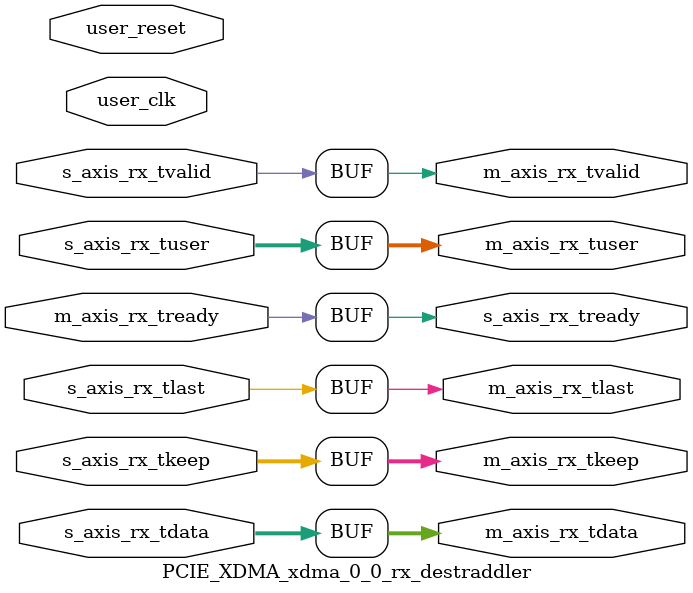
<source format=sv>


`timescale 1ps/1ps

module PCIE_XDMA_xdma_0_0_rx_destraddler #(
  parameter C_AXI_DATA_WIDTH = 64,                     // RX/TX interface data width
  parameter C_KEEP_WIDTH     = C_AXI_DATA_WIDTH/8,     // TKEEP width
  parameter TCQ              = 1                       // Clock to Q time

  ) (

  input                         user_clk,
  input                         user_reset,

  //-------------------------------------------------
  // AXI-S RX Interface from PCIe Hard Block
  //-------------------------------------------------
  input  [C_AXI_DATA_WIDTH-1:0] s_axis_rx_tdata,       // RX data
  input                         s_axis_rx_tvalid,      // RX data is valid
  output reg                    s_axis_rx_tready,      // RX ready for data
  input      [C_KEEP_WIDTH-1:0] s_axis_rx_tkeep,       // RX strobe byte enables
  input                         s_axis_rx_tlast,       // RX data is last
  input                  [21:0] s_axis_rx_tuser,       // RX user signals

  //-------------------------------------------------
  // AXI-S RX Interface to RX Demux
  //-------------------------------------------------
  output reg [C_AXI_DATA_WIDTH-1:0] m_axis_rx_tdata,       // RX data
  output reg                        m_axis_rx_tvalid,      // RX data is valid
  input                             m_axis_rx_tready,      // RX ready for data
  output reg    [C_KEEP_WIDTH-1:0]  m_axis_rx_tkeep,       // RX strobe byte enables
  output reg                        m_axis_rx_tlast,       // RX data is last
  output reg                [21:0]  m_axis_rx_tuser        // RX user signals

);

generate
if(C_AXI_DATA_WIDTH == 128) begin : data_width_128

  // Local parameters

  localparam NORMAL_PACKET    = 2'b00;
  localparam STRADDLED_PACKET = 2'b01;
  localparam THROTTLE_TLP     = 2'b10;

  // Wire and Register Declarations

  reg [1:0]  state;
  reg [63:0] prev_data_half;
  reg [7:0]  prev_keep_half;
  reg [21:0] prev_user_half;


  always @(posedge user_clk) begin

    if (user_reset) begin

      state <= #TCQ NORMAL_PACKET;

    end else begin

      if (m_axis_rx_tready) begin

        // Store higher DWs in case it's straddled packet
        prev_data_half <= #TCQ s_axis_rx_tdata[127:64];
        prev_keep_half <= #TCQ s_axis_rx_tkeep[15:8];
        prev_user_half <= #TCQ s_axis_rx_tuser;

        case (state)

        NORMAL_PACKET: begin

          if (s_axis_rx_tuser[14] && s_axis_rx_tuser[13]) begin // SOF && Start @ DW2/3

            state           <= #TCQ STRADDLED_PACKET;

          end

        end // NORMAL_PACKET

        STRADDLED_PACKET: begin

          if (s_axis_rx_tuser[21] && !s_axis_rx_tuser[14]) begin // EOF && !SOF

            if (s_axis_rx_tuser[20]) begin          // EOF @ DW2/3
              state           <= #TCQ THROTTLE_TLP;
            end else begin                          // EOF @ DW0/1
              state           <= #TCQ NORMAL_PACKET;
            end

          end // EOF && !SOF

          // Note for all possible conditions in this state:
          // else if EOF && SOF  : SOF can only start @ DW2/3, so EOF can only be @ DW0/1. Stay in this state
          // else if !EOF && SOF : Will never have SOF only in this state. Stay in this state
          // else if !EOF && !SOF: No change. Stay in this state

        end // STRADDLED_PACKET

        THROTTLE_TLP: begin

          state <= #TCQ NORMAL_PACKET;

        end // THROTTLE_TLP

        default: begin

          state <= #TCQ NORMAL_PACKET;

        end // default

        endcase

      end // s_axis_rx_tready
    end // reset
  end // always

  always @(*) begin

      case (state)

      NORMAL_PACKET: begin

        m_axis_rx_tdata  = s_axis_rx_tdata;
        m_axis_rx_tvalid = s_axis_rx_tvalid;
        s_axis_rx_tready = m_axis_rx_tready;
        m_axis_rx_tkeep  =   (s_axis_rx_tuser[20:19] == 2'b00) ? 16'h000F :
                           ( (s_axis_rx_tuser[20:19] == 2'b01) ? 16'h00FF :
                           ( (s_axis_rx_tuser[20:19] == 2'b10) ? 16'h0FFF :
                                                                 16'hFFFF ));

        m_axis_rx_tlast  = s_axis_rx_tuser[21];

        // If EOF or (EOF and SOF), zero out SOF field. If SOF, the EOF field is already zero in this state
        m_axis_rx_tuser  = s_axis_rx_tuser[21] ? ( {s_axis_rx_tuser[21:15], 5'b0, s_axis_rx_tuser[9:0]} ) :
                                                 ( s_axis_rx_tuser                                      ) ;

      end

      STRADDLED_PACKET: begin

        m_axis_rx_tdata  = {s_axis_rx_tdata[63:0], prev_data_half};
        m_axis_rx_tvalid = s_axis_rx_tvalid;
        s_axis_rx_tready = m_axis_rx_tready;

        m_axis_rx_tkeep  = { ((s_axis_rx_tuser[20:19] == 2'b00) ? 8'h0F : 8'hFF),
                             8'hFF
                           };

      //  m_axis_rx_tlast  = (s_axis_rx_tuser[21] && s_axis_rx_tuser[20]) ? 1'b0 : 1'b1;
         m_axis_rx_tlast  = s_axis_rx_tuser[20] ? 1'b0 : 1'b1;

        // If SOF seen previously, zero out EOF. If EOF or (EOF and SOF) currently, zero out SOF field.
        m_axis_rx_tuser  = prev_user_half[14] ? {5'b0, prev_user_half[16:0]} :
                                                ( s_axis_rx_tuser[21] ? ( {s_axis_rx_tuser[21:15], 5'b0, s_axis_rx_tuser[9:0]} ) :
                                                                        ( s_axis_rx_tuser                                      )
                                                );

      end

      THROTTLE_TLP: begin

        m_axis_rx_tdata  = {64'h0, prev_data_half};
        m_axis_rx_tvalid = 1'b1;
        s_axis_rx_tready = 1'b0;

        m_axis_rx_tkeep  = { 8'h0, 
                             ((prev_user_half[20:19] == 2'b10) ? 8'h0F : 8'hFF)
                           };

        m_axis_rx_tlast  = 1'b1;
        m_axis_rx_tuser  = {prev_user_half[21:15], 5'b0, prev_user_half[9:0]}; // Zero out SOF field

      end

      default: begin

        m_axis_rx_tdata  = s_axis_rx_tdata;
        m_axis_rx_tvalid = s_axis_rx_tvalid;
        s_axis_rx_tready = m_axis_rx_tready;
        m_axis_rx_tkeep  = s_axis_rx_tkeep;
        m_axis_rx_tlast  = s_axis_rx_tuser[21];
        m_axis_rx_tuser  = s_axis_rx_tuser;

      end

      endcase

  end // always

end // data_width_128
else begin: data_width_64

  // No straddling in 64-bit mode. Pass through all signals as is
  always @(*) begin

    m_axis_rx_tdata  = s_axis_rx_tdata;
    m_axis_rx_tvalid = s_axis_rx_tvalid;
    s_axis_rx_tready = m_axis_rx_tready;
    m_axis_rx_tkeep  = s_axis_rx_tkeep;
    m_axis_rx_tlast  = s_axis_rx_tlast;
    m_axis_rx_tuser  = s_axis_rx_tuser;

  end // always

end // data_width_64
endgenerate

endmodule

</source>
